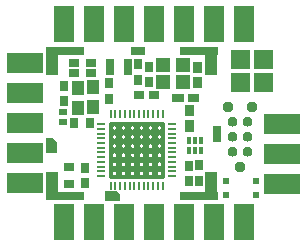
<source format=gts>
G04 DipTrace 2.4.0.2*
%IN3dBBLE.gts*%
%MOMM*%
%ADD10C,0.25*%
%ADD25R,0.9X0.7*%
%ADD51R,0.762X1.397*%
%ADD52R,1.143X0.762*%
%ADD54C,0.95*%
%ADD60R,0.75X1.45*%
%ADD61R,1.25X1.15*%
%ADD65O,0.25X0.7*%
%ADD66O,0.7X0.25*%
%ADD67R,1.05X2.45*%
%ADD68R,3.18X0.8*%
%ADD69R,0.67X0.54*%
%ADD70R,0.8X0.95*%
%ADD71R,2.082X1.75*%
%ADD72R,1.75X2.05*%
%ADD73R,2.05X1.75*%
%ADD74R,1.65X1.75*%
%ADD76R,1.75X2.082*%
%ADD78R,1.75X1.65*%
%ADD79R,0.95X0.8*%
%ADD80R,0.95X0.75*%
%ADD81R,1.05X1.15*%
%ADD82R,0.75X0.95*%
%ADD83R,0.61X0.62*%
%FSLAX53Y53*%
G04*
G71*
G90*
G75*
G01*
%LNTopMask*%
%LPD*%
G36*
X29536Y21541D2*
X27946D1*
Y23131D1*
X29536D1*
Y21541D1*
G37*
G36*
X31476D2*
X29886D1*
Y23131D1*
X31476D1*
Y21541D1*
G37*
G36*
Y23481D2*
X29886D1*
Y25071D1*
X31476D1*
Y23481D1*
G37*
G36*
X29536D2*
X27946D1*
Y25071D1*
X29536D1*
Y23481D1*
G37*
D83*
X27514Y13971D3*
Y12811D3*
X30064D3*
Y13971D3*
G36*
X25536Y17115D2*
X25236D1*
Y17715D1*
X25536D1*
Y17115D1*
G37*
G36*
X25036D2*
X24736D1*
Y17715D1*
X25036D1*
Y17115D1*
G37*
G36*
X24536D2*
X24236D1*
Y17715D1*
X24536D1*
Y17115D1*
G37*
G36*
Y16265D2*
X24236D1*
Y16865D1*
X24536D1*
Y16265D1*
G37*
G36*
X25036D2*
X24736D1*
Y16865D1*
X25036D1*
Y16265D1*
G37*
G36*
X25536D2*
X25236D1*
Y16865D1*
X25536D1*
Y16265D1*
G37*
G36*
X24740Y24104D2*
X25489D1*
Y23154D1*
X24740D1*
Y24104D1*
G37*
G36*
Y22804D2*
X25489D1*
Y21854D1*
X24740D1*
Y22804D1*
G37*
D82*
X20993Y22382D3*
Y23682D3*
X25248Y15312D3*
Y14012D3*
X20064Y23877D3*
Y22577D3*
X17555Y22262D3*
Y20962D3*
D81*
X16265Y20218D3*
Y21918D3*
D80*
X21439Y21305D3*
X20139D3*
G36*
X23907Y21394D2*
Y20644D1*
X22957D1*
Y21394D1*
X23907D1*
G37*
G36*
X25207D2*
Y20644D1*
X24257D1*
Y21394D1*
X25207D1*
G37*
D82*
X24351Y15297D3*
Y13997D3*
X15531Y13778D3*
Y15078D3*
D81*
X14958Y20203D3*
Y21903D3*
D25*
X14591Y23970D3*
Y23120D3*
X16041D3*
Y23970D3*
D79*
X14200Y13759D3*
Y15159D3*
D78*
X29058Y26518D3*
X26518D3*
X23978D3*
X21438D3*
X18898D3*
D76*
X29058Y27788D3*
X26518D3*
X23978D3*
X21438D3*
X18898D3*
D74*
X11278Y16358D3*
D73*
X10008D3*
D78*
X16358Y11278D3*
D72*
Y10008D3*
D78*
Y26518D3*
D72*
Y27788D3*
D78*
X13818Y26518D3*
D72*
Y27788D3*
D74*
X11278Y23978D3*
D73*
X10008D3*
D74*
X11278Y21438D3*
D73*
X10008D3*
D74*
X11278Y18898D3*
D73*
X10008D3*
D74*
X31496Y13720D3*
Y16260D3*
Y18800D3*
D71*
X32766Y13720D3*
Y16260D3*
Y18800D3*
D78*
X18898Y11278D3*
D72*
Y10008D3*
D74*
X11278Y13818D3*
D73*
X10008D3*
D78*
X13818Y11278D3*
D72*
Y10008D3*
D78*
X21438Y11278D3*
D72*
Y10008D3*
D78*
X29058Y11278D3*
D72*
Y10008D3*
D78*
X26518Y11278D3*
D72*
Y10008D3*
D78*
X23978Y11278D3*
D72*
Y10008D3*
D70*
X15996Y18919D3*
X14596D3*
D69*
X13683Y18985D3*
Y19845D3*
G36*
X24749Y19474D2*
X23999D1*
Y20424D1*
X24749D1*
Y19474D1*
G37*
G36*
Y18174D2*
X23999D1*
Y19124D1*
X24749D1*
Y18174D1*
G37*
D82*
X13788Y20751D3*
Y22051D3*
D68*
X25186Y12751D3*
D67*
X26252Y13576D3*
D68*
X13858Y12751D3*
D67*
X12792Y13576D3*
D68*
X13858Y25001D3*
D67*
X12792Y24176D3*
D68*
X25186Y25001D3*
D67*
X26252Y24176D3*
G36*
X28041Y16900D2*
X27968Y16894D1*
X27898Y16875D1*
X27831Y16844D1*
X27772Y16802D1*
X27720Y16751D1*
X27678Y16691D1*
X27647Y16625D1*
X27628Y16554D1*
X27622Y16482D1*
D1*
X27628Y16409D1*
X27647Y16338D1*
X27678Y16272D1*
X27720Y16212D1*
X27772Y16161D1*
X27831Y16119D1*
X27898Y16088D1*
X27968Y16069D1*
X28041Y16063D1*
D1*
X28114Y16069D1*
X28184Y16088D1*
X28250Y16119D1*
X28310Y16161D1*
X28362Y16212D1*
X28404Y16272D1*
X28434Y16338D1*
X28453Y16409D1*
X28460Y16482D1*
D1*
X28453Y16554D1*
X28434Y16625D1*
X28404Y16691D1*
X28362Y16751D1*
X28310Y16802D1*
X28250Y16844D1*
X28184Y16875D1*
X28114Y16894D1*
X28041Y16900D1*
G37*
G36*
Y18170D2*
X27968Y18164D1*
X27898Y18145D1*
X27831Y18114D1*
X27772Y18072D1*
X27720Y18021D1*
X27678Y17961D1*
X27647Y17895D1*
X27628Y17824D1*
X27622Y17752D1*
D1*
X27628Y17679D1*
X27647Y17608D1*
X27678Y17542D1*
X27720Y17482D1*
X27772Y17431D1*
X27831Y17389D1*
X27898Y17358D1*
X27968Y17339D1*
X28041Y17333D1*
D1*
X28114Y17339D1*
X28184Y17358D1*
X28250Y17389D1*
X28310Y17431D1*
X28362Y17482D1*
X28404Y17542D1*
X28434Y17608D1*
X28453Y17679D1*
X28460Y17752D1*
D1*
X28453Y17824D1*
X28434Y17895D1*
X28404Y17961D1*
X28362Y18021D1*
X28310Y18072D1*
X28250Y18114D1*
X28184Y18145D1*
X28114Y18164D1*
X28041Y18170D1*
G37*
G36*
Y19440D2*
X27968Y19434D1*
X27898Y19415D1*
X27831Y19384D1*
X27772Y19342D1*
X27720Y19291D1*
X27678Y19231D1*
X27647Y19165D1*
X27628Y19094D1*
X27622Y19022D1*
D1*
X27628Y18949D1*
X27647Y18878D1*
X27678Y18812D1*
X27720Y18752D1*
X27772Y18701D1*
X27831Y18659D1*
X27898Y18628D1*
X27968Y18609D1*
X28041Y18603D1*
D1*
X28114Y18609D1*
X28184Y18628D1*
X28250Y18659D1*
X28310Y18701D1*
X28362Y18752D1*
X28404Y18812D1*
X28434Y18878D1*
X28453Y18949D1*
X28460Y19022D1*
D1*
X28453Y19094D1*
X28434Y19165D1*
X28404Y19231D1*
X28362Y19291D1*
X28310Y19342D1*
X28250Y19384D1*
X28184Y19415D1*
X28114Y19434D1*
X28041Y19440D1*
G37*
G36*
X29311D2*
X29238Y19434D1*
X29168Y19415D1*
X29101Y19384D1*
X29042Y19342D1*
X28990Y19291D1*
X28948Y19231D1*
X28917Y19165D1*
X28898Y19094D1*
X28892Y19022D1*
D1*
X28898Y18949D1*
X28917Y18878D1*
X28948Y18812D1*
X28990Y18752D1*
X29042Y18701D1*
X29101Y18659D1*
X29168Y18628D1*
X29238Y18609D1*
X29311Y18603D1*
D1*
X29384Y18609D1*
X29454Y18628D1*
X29520Y18659D1*
X29580Y18701D1*
X29632Y18752D1*
X29674Y18812D1*
X29704Y18878D1*
X29723Y18949D1*
X29730Y19022D1*
D1*
X29723Y19094D1*
X29704Y19165D1*
X29674Y19231D1*
X29632Y19291D1*
X29580Y19342D1*
X29520Y19384D1*
X29454Y19415D1*
X29384Y19434D1*
X29311Y19440D1*
G37*
G36*
Y18170D2*
X29238Y18164D1*
X29168Y18145D1*
X29101Y18114D1*
X29042Y18072D1*
X28990Y18021D1*
X28948Y17961D1*
X28917Y17895D1*
X28898Y17824D1*
X28892Y17752D1*
D1*
X28898Y17679D1*
X28917Y17608D1*
X28948Y17542D1*
X28990Y17482D1*
X29042Y17431D1*
X29101Y17389D1*
X29168Y17358D1*
X29238Y17339D1*
X29311Y17333D1*
D1*
X29384Y17339D1*
X29454Y17358D1*
X29520Y17389D1*
X29580Y17431D1*
X29632Y17482D1*
X29674Y17542D1*
X29704Y17608D1*
X29723Y17679D1*
X29730Y17752D1*
D1*
X29723Y17824D1*
X29704Y17895D1*
X29674Y17961D1*
X29632Y18021D1*
X29580Y18072D1*
X29520Y18114D1*
X29454Y18145D1*
X29384Y18164D1*
X29311Y18170D1*
G37*
G36*
Y16900D2*
X29238Y16894D1*
X29168Y16875D1*
X29101Y16844D1*
X29042Y16802D1*
X28990Y16751D1*
X28948Y16691D1*
X28917Y16625D1*
X28898Y16554D1*
X28892Y16482D1*
D1*
X28898Y16409D1*
X28917Y16338D1*
X28948Y16272D1*
X28990Y16212D1*
X29042Y16161D1*
X29101Y16119D1*
X29168Y16088D1*
X29238Y16069D1*
X29311Y16063D1*
D1*
X29384Y16069D1*
X29454Y16088D1*
X29520Y16119D1*
X29580Y16161D1*
X29632Y16212D1*
X29674Y16272D1*
X29704Y16338D1*
X29723Y16409D1*
X29730Y16482D1*
D1*
X29723Y16554D1*
X29704Y16625D1*
X29674Y16691D1*
X29632Y16751D1*
X29580Y16802D1*
X29520Y16844D1*
X29454Y16875D1*
X29384Y16894D1*
X29311Y16900D1*
G37*
D54*
X28676Y15212D3*
X27660Y20292D3*
X29692D3*
X20801Y16983D2*
D10*
Y17002D1*
X20803Y17022D1*
X20807Y17041D1*
X20811Y17060D1*
X20817Y17078D1*
X20824Y17096D1*
X20832Y17114D1*
X20841Y17131D1*
X20852Y17147D1*
X20863Y17162D1*
X20876Y17177D1*
X20889Y17190D1*
X20903Y17203D1*
X20918Y17214D1*
X20934Y17225D1*
X20951Y17234D1*
X20968Y17242D1*
X20985Y17248D1*
X21003Y17254D1*
X21021Y17258D1*
X21040Y17260D1*
X21058Y17262D1*
X21077D1*
X21095Y17260D1*
X21114Y17258D1*
X21132Y17254D1*
X21150Y17248D1*
X21167Y17242D1*
X21184Y17234D1*
X21201Y17225D1*
X21216Y17214D1*
X21232Y17203D1*
X21246Y17190D1*
X21259Y17177D1*
X21272Y17162D1*
X21283Y17147D1*
X21294Y17131D1*
X21303Y17114D1*
X21311Y17096D1*
X21318Y17078D1*
X21324Y17060D1*
X21328Y17041D1*
X21331Y17022D1*
X21333Y17002D1*
X21334Y16983D1*
X21333Y16963D1*
X21331Y16944D1*
X21328Y16925D1*
X21324Y16906D1*
X21318Y16887D1*
X21311Y16869D1*
X21303Y16851D1*
X21294Y16835D1*
X21283Y16818D1*
X21272Y16803D1*
X21259Y16789D1*
X21246Y16775D1*
X21232Y16762D1*
X21216Y16751D1*
X21201Y16741D1*
X21184Y16732D1*
X21167Y16724D1*
X21150Y16717D1*
X21132Y16712D1*
X21114Y16707D1*
X21095Y16705D1*
X21077Y16703D1*
X21058D1*
X21040Y16705D1*
X21021Y16707D1*
X21003Y16712D1*
X20985Y16717D1*
X20968Y16724D1*
X20951Y16732D1*
X20934Y16741D1*
X20918Y16751D1*
X20903Y16762D1*
X20889Y16775D1*
X20876Y16789D1*
X20863Y16803D1*
X20852Y16818D1*
X20841Y16835D1*
X20832Y16851D1*
X20824Y16869D1*
X20817Y16887D1*
X20811Y16906D1*
X20807Y16925D1*
X20803Y16944D1*
X20801Y16963D1*
Y16983D1*
X21561Y16986D2*
X21562Y17005D1*
X21564Y17025D1*
X21567Y17044D1*
X21571Y17063D1*
X21577Y17082D1*
X21584Y17100D1*
X21592Y17117D1*
X21602Y17134D1*
X21612Y17150D1*
X21624Y17166D1*
X21636Y17180D1*
X21649Y17194D1*
X21664Y17206D1*
X21679Y17218D1*
X21694Y17228D1*
X21711Y17237D1*
X21728Y17245D1*
X21745Y17252D1*
X21763Y17257D1*
X21781Y17261D1*
X21800Y17264D1*
X21818Y17265D1*
X21837D1*
X21856Y17264D1*
X21874Y17261D1*
X21892Y17257D1*
X21910Y17252D1*
X21928Y17245D1*
X21945Y17237D1*
X21961Y17228D1*
X21977Y17218D1*
X21992Y17206D1*
X22006Y17194D1*
X22020Y17180D1*
X22032Y17166D1*
X22043Y17150D1*
X22054Y17134D1*
X22063Y17117D1*
X22071Y17100D1*
X22078Y17082D1*
X22084Y17063D1*
X22089Y17044D1*
X22092Y17025D1*
X22094Y17005D1*
Y16986D1*
Y16966D1*
X22092Y16947D1*
X22089Y16928D1*
X22084Y16909D1*
X22078Y16890D1*
X22071Y16872D1*
X22063Y16855D1*
X22054Y16838D1*
X22043Y16822D1*
X22032Y16806D1*
X22020Y16792D1*
X22006Y16778D1*
X21992Y16766D1*
X21977Y16754D1*
X21961Y16744D1*
X21945Y16735D1*
X21928Y16727D1*
X21910Y16720D1*
X21892Y16715D1*
X21874Y16711D1*
X21856Y16708D1*
X21837Y16707D1*
X21818D1*
X21800Y16708D1*
X21781Y16711D1*
X21763Y16715D1*
X21745Y16720D1*
X21728Y16727D1*
X21711Y16735D1*
X21694Y16744D1*
X21679Y16754D1*
X21664Y16766D1*
X21649Y16778D1*
X21636Y16792D1*
X21624Y16806D1*
X21612Y16822D1*
X21602Y16838D1*
X21592Y16855D1*
X21584Y16872D1*
X21577Y16890D1*
X21571Y16909D1*
X21567Y16928D1*
X21564Y16947D1*
X21562Y16966D1*
X21561Y16986D1*
X19278Y16983D2*
X19279Y17002D1*
X19280Y17022D1*
X19284Y17041D1*
X19288Y17060D1*
X19294Y17078D1*
X19301Y17096D1*
X19309Y17114D1*
X19318Y17131D1*
X19329Y17147D1*
X19340Y17162D1*
X19353Y17177D1*
X19366Y17190D1*
X19380Y17203D1*
X19395Y17214D1*
X19411Y17225D1*
X19428Y17234D1*
X19445Y17242D1*
X19462Y17248D1*
X19480Y17254D1*
X19498Y17258D1*
X19517Y17260D1*
X19535Y17262D1*
X19554D1*
X19572Y17260D1*
X19591Y17258D1*
X19609Y17254D1*
X19627Y17248D1*
X19644Y17242D1*
X19661Y17234D1*
X19678Y17225D1*
X19694Y17214D1*
X19709Y17203D1*
X19723Y17190D1*
X19736Y17177D1*
X19749Y17162D1*
X19760Y17147D1*
X19771Y17131D1*
X19780Y17114D1*
X19788Y17096D1*
X19795Y17078D1*
X19801Y17060D1*
X19805Y17041D1*
X19808Y17022D1*
X19810Y17002D1*
X19811Y16983D1*
X19810Y16963D1*
X19808Y16944D1*
X19805Y16925D1*
X19801Y16906D1*
X19795Y16887D1*
X19788Y16869D1*
X19780Y16851D1*
X19771Y16835D1*
X19760Y16818D1*
X19749Y16803D1*
X19736Y16789D1*
X19723Y16775D1*
X19709Y16762D1*
X19694Y16751D1*
X19678Y16741D1*
X19661Y16732D1*
X19644Y16724D1*
X19627Y16717D1*
X19609Y16712D1*
X19591Y16707D1*
X19572Y16705D1*
X19554Y16703D1*
X19535D1*
X19517Y16705D1*
X19498Y16707D1*
X19480Y16712D1*
X19462Y16717D1*
X19445Y16724D1*
X19428Y16732D1*
X19411Y16741D1*
X19395Y16751D1*
X19380Y16762D1*
X19366Y16775D1*
X19353Y16789D1*
X19340Y16803D1*
X19329Y16818D1*
X19318Y16835D1*
X19309Y16851D1*
X19301Y16869D1*
X19294Y16887D1*
X19288Y16906D1*
X19284Y16925D1*
X19280Y16944D1*
X19279Y16963D1*
X19278Y16983D1*
X20037Y16986D2*
X20038Y17005D1*
X20040Y17025D1*
X20043Y17044D1*
X20048Y17063D1*
X20054Y17082D1*
X20061Y17100D1*
X20069Y17117D1*
X20078Y17134D1*
X20088Y17150D1*
X20100Y17166D1*
X20112Y17180D1*
X20126Y17194D1*
X20140Y17206D1*
X20155Y17218D1*
X20171Y17228D1*
X20187Y17237D1*
X20204Y17245D1*
X20222Y17252D1*
X20240Y17257D1*
X20258Y17261D1*
X20276Y17264D1*
X20295Y17265D1*
X20313D1*
X20332Y17264D1*
X20350Y17261D1*
X20369Y17257D1*
X20386Y17252D1*
X20404Y17245D1*
X20421Y17237D1*
X20437Y17228D1*
X20453Y17218D1*
X20468Y17206D1*
X20482Y17194D1*
X20496Y17180D1*
X20508Y17166D1*
X20520Y17150D1*
X20530Y17134D1*
X20539Y17117D1*
X20548Y17100D1*
X20555Y17082D1*
X20560Y17063D1*
X20565Y17044D1*
X20568Y17025D1*
X20570Y17005D1*
X20571Y16986D1*
X20570Y16966D1*
X20568Y16947D1*
X20565Y16928D1*
X20560Y16909D1*
X20555Y16890D1*
X20548Y16872D1*
X20539Y16855D1*
X20530Y16838D1*
X20520Y16822D1*
X20508Y16806D1*
X20496Y16792D1*
X20482Y16778D1*
X20468Y16766D1*
X20453Y16754D1*
X20437Y16744D1*
X20421Y16735D1*
X20404Y16727D1*
X20386Y16720D1*
X20369Y16715D1*
X20350Y16711D1*
X20332Y16708D1*
X20313Y16707D1*
X20295D1*
X20276Y16708D1*
X20258Y16711D1*
X20240Y16715D1*
X20222Y16720D1*
X20204Y16727D1*
X20187Y16735D1*
X20171Y16744D1*
X20155Y16754D1*
X20140Y16766D1*
X20126Y16778D1*
X20112Y16792D1*
X20100Y16806D1*
X20088Y16822D1*
X20078Y16838D1*
X20069Y16855D1*
X20061Y16872D1*
X20054Y16890D1*
X20048Y16909D1*
X20043Y16928D1*
X20040Y16947D1*
X20038Y16966D1*
X20037Y16986D1*
X18515D2*
Y17005D1*
X18517Y17025D1*
X18520Y17044D1*
X18525Y17063D1*
X18531Y17082D1*
X18538Y17100D1*
X18546Y17117D1*
X18555Y17134D1*
X18565Y17150D1*
X18577Y17166D1*
X18589Y17180D1*
X18603Y17194D1*
X18617Y17206D1*
X18632Y17218D1*
X18648Y17228D1*
X18664Y17237D1*
X18681Y17245D1*
X18699Y17252D1*
X18717Y17257D1*
X18735Y17261D1*
X18753Y17264D1*
X18772Y17265D1*
X18790D1*
X18809Y17264D1*
X18827Y17261D1*
X18846Y17257D1*
X18864Y17252D1*
X18881Y17245D1*
X18898Y17237D1*
X18914Y17228D1*
X18930Y17218D1*
X18945Y17206D1*
X18960Y17194D1*
X18973Y17180D1*
X18985Y17166D1*
X18997Y17150D1*
X19007Y17134D1*
X19017Y17117D1*
X19025Y17100D1*
X19032Y17082D1*
X19037Y17063D1*
X19042Y17044D1*
X19045Y17025D1*
X19047Y17005D1*
X19048Y16986D1*
X19047Y16966D1*
X19045Y16947D1*
X19042Y16928D1*
X19037Y16909D1*
X19032Y16890D1*
X19025Y16872D1*
X19017Y16855D1*
X19007Y16838D1*
X18997Y16822D1*
X18985Y16806D1*
X18973Y16792D1*
X18960Y16778D1*
X18945Y16766D1*
X18930Y16754D1*
X18914Y16744D1*
X18898Y16735D1*
X18881Y16727D1*
X18864Y16720D1*
X18846Y16715D1*
X18827Y16711D1*
X18809Y16708D1*
X18790Y16707D1*
X18772D1*
X18753Y16708D1*
X18735Y16711D1*
X18717Y16715D1*
X18699Y16720D1*
X18681Y16727D1*
X18664Y16735D1*
X18648Y16744D1*
X18632Y16754D1*
X18617Y16766D1*
X18603Y16778D1*
X18589Y16792D1*
X18577Y16806D1*
X18565Y16822D1*
X18555Y16838D1*
X18546Y16855D1*
X18538Y16872D1*
X18531Y16890D1*
X18525Y16909D1*
X18520Y16928D1*
X18517Y16947D1*
X18515Y16966D1*
Y16986D1*
X17751D2*
X17752Y17005D1*
X17754Y17025D1*
X17757Y17044D1*
X17762Y17063D1*
X17767Y17082D1*
X17774Y17100D1*
X17782Y17117D1*
X17792Y17134D1*
X17802Y17150D1*
X17814Y17166D1*
X17826Y17180D1*
X17839Y17194D1*
X17854Y17206D1*
X17869Y17218D1*
X17885Y17228D1*
X17901Y17237D1*
X17918Y17245D1*
X17935Y17252D1*
X17953Y17257D1*
X17972Y17261D1*
X17990Y17264D1*
X18009Y17265D1*
X18027D1*
X18046Y17264D1*
X18064Y17261D1*
X18082Y17257D1*
X18100Y17252D1*
X18118Y17245D1*
X18135Y17237D1*
X18151Y17228D1*
X18167Y17218D1*
X18182Y17206D1*
X18196Y17194D1*
X18210Y17180D1*
X18222Y17166D1*
X18234Y17150D1*
X18244Y17134D1*
X18253Y17117D1*
X18261Y17100D1*
X18268Y17082D1*
X18274Y17063D1*
X18279Y17044D1*
X18282Y17025D1*
X18284Y17005D1*
Y16986D1*
Y16966D1*
X18282Y16947D1*
X18279Y16928D1*
X18274Y16909D1*
X18268Y16890D1*
X18261Y16872D1*
X18253Y16855D1*
X18244Y16838D1*
X18234Y16822D1*
X18222Y16806D1*
X18210Y16792D1*
X18196Y16778D1*
X18182Y16766D1*
X18167Y16754D1*
X18151Y16744D1*
X18135Y16735D1*
X18118Y16727D1*
X18100Y16720D1*
X18082Y16715D1*
X18064Y16711D1*
X18046Y16708D1*
X18027Y16707D1*
X18009D1*
X17990Y16708D1*
X17972Y16711D1*
X17953Y16715D1*
X17935Y16720D1*
X17918Y16727D1*
X17901Y16735D1*
X17885Y16744D1*
X17869Y16754D1*
X17854Y16766D1*
X17839Y16778D1*
X17826Y16792D1*
X17814Y16806D1*
X17802Y16822D1*
X17792Y16838D1*
X17782Y16855D1*
X17774Y16872D1*
X17767Y16890D1*
X17762Y16909D1*
X17757Y16928D1*
X17754Y16947D1*
X17752Y16966D1*
X17751Y16986D1*
X20801Y16216D2*
Y16236D1*
X20803Y16255D1*
X20807Y16274D1*
X20811Y16293D1*
X20817Y16312D1*
X20824Y16330D1*
X20832Y16347D1*
X20841Y16364D1*
X20852Y16380D1*
X20863Y16396D1*
X20876Y16410D1*
X20889Y16424D1*
X20903Y16436D1*
X20918Y16448D1*
X20934Y16458D1*
X20951Y16467D1*
X20968Y16475D1*
X20985Y16482D1*
X21003Y16487D1*
X21021Y16491D1*
X21040Y16494D1*
X21058Y16495D1*
X21077D1*
X21095Y16494D1*
X21114Y16491D1*
X21132Y16487D1*
X21150Y16482D1*
X21167Y16475D1*
X21184Y16467D1*
X21201Y16458D1*
X21216Y16448D1*
X21232Y16436D1*
X21246Y16424D1*
X21259Y16410D1*
X21272Y16396D1*
X21283Y16380D1*
X21294Y16364D1*
X21303Y16347D1*
X21311Y16330D1*
X21318Y16312D1*
X21324Y16293D1*
X21328Y16274D1*
X21331Y16255D1*
X21333Y16236D1*
X21334Y16216D1*
X21333Y16197D1*
X21331Y16177D1*
X21328Y16158D1*
X21324Y16139D1*
X21318Y16121D1*
X21311Y16103D1*
X21303Y16085D1*
X21294Y16068D1*
X21283Y16052D1*
X21272Y16037D1*
X21259Y16022D1*
X21246Y16009D1*
X21232Y15996D1*
X21216Y15985D1*
X21201Y15974D1*
X21184Y15965D1*
X21167Y15957D1*
X21150Y15950D1*
X21132Y15945D1*
X21114Y15941D1*
X21095Y15938D1*
X21077Y15937D1*
X21058D1*
X21040Y15938D1*
X21021Y15941D1*
X21003Y15945D1*
X20985Y15950D1*
X20968Y15957D1*
X20951Y15965D1*
X20934Y15974D1*
X20918Y15985D1*
X20903Y15996D1*
X20889Y16009D1*
X20876Y16022D1*
X20863Y16037D1*
X20852Y16052D1*
X20841Y16068D1*
X20832Y16085D1*
X20824Y16103D1*
X20817Y16121D1*
X20811Y16139D1*
X20807Y16158D1*
X20803Y16177D1*
X20801Y16197D1*
Y16216D1*
X21561Y16219D2*
X21562Y16239D1*
X21564Y16258D1*
X21567Y16278D1*
X21571Y16297D1*
X21577Y16315D1*
X21584Y16333D1*
X21592Y16351D1*
X21602Y16368D1*
X21612Y16384D1*
X21624Y16399D1*
X21636Y16414D1*
X21649Y16427D1*
X21664Y16440D1*
X21679Y16451D1*
X21694Y16461D1*
X21711Y16471D1*
X21728Y16479D1*
X21745Y16485D1*
X21763Y16491D1*
X21781Y16495D1*
X21800Y16497D1*
X21818Y16499D1*
X21837D1*
X21856Y16497D1*
X21874Y16495D1*
X21892Y16491D1*
X21910Y16485D1*
X21928Y16479D1*
X21945Y16471D1*
X21961Y16461D1*
X21977Y16451D1*
X21992Y16440D1*
X22006Y16427D1*
X22020Y16414D1*
X22032Y16399D1*
X22043Y16384D1*
X22054Y16368D1*
X22063Y16351D1*
X22071Y16333D1*
X22078Y16315D1*
X22084Y16297D1*
X22089Y16278D1*
X22092Y16258D1*
X22094Y16239D1*
Y16219D1*
Y16200D1*
X22092Y16181D1*
X22089Y16161D1*
X22084Y16142D1*
X22078Y16124D1*
X22071Y16106D1*
X22063Y16088D1*
X22054Y16071D1*
X22043Y16055D1*
X22032Y16040D1*
X22020Y16025D1*
X22006Y16012D1*
X21992Y15999D1*
X21977Y15988D1*
X21961Y15978D1*
X21945Y15968D1*
X21928Y15960D1*
X21910Y15954D1*
X21892Y15948D1*
X21874Y15944D1*
X21856Y15942D1*
X21837Y15940D1*
X21818D1*
X21800Y15942D1*
X21781Y15944D1*
X21763Y15948D1*
X21745Y15954D1*
X21728Y15960D1*
X21711Y15968D1*
X21694Y15978D1*
X21679Y15988D1*
X21664Y15999D1*
X21649Y16012D1*
X21636Y16025D1*
X21624Y16040D1*
X21612Y16055D1*
X21602Y16071D1*
X21592Y16088D1*
X21584Y16106D1*
X21577Y16124D1*
X21571Y16142D1*
X21567Y16161D1*
X21564Y16181D1*
X21562Y16200D1*
X21561Y16219D1*
X19278Y16216D2*
X19279Y16236D1*
X19280Y16255D1*
X19284Y16274D1*
X19288Y16293D1*
X19294Y16312D1*
X19301Y16330D1*
X19309Y16347D1*
X19318Y16364D1*
X19329Y16380D1*
X19340Y16396D1*
X19353Y16410D1*
X19366Y16424D1*
X19380Y16436D1*
X19395Y16448D1*
X19411Y16458D1*
X19428Y16467D1*
X19445Y16475D1*
X19462Y16482D1*
X19480Y16487D1*
X19498Y16491D1*
X19517Y16494D1*
X19535Y16495D1*
X19554D1*
X19572Y16494D1*
X19591Y16491D1*
X19609Y16487D1*
X19627Y16482D1*
X19644Y16475D1*
X19661Y16467D1*
X19678Y16458D1*
X19694Y16448D1*
X19709Y16436D1*
X19723Y16424D1*
X19736Y16410D1*
X19749Y16396D1*
X19760Y16380D1*
X19771Y16364D1*
X19780Y16347D1*
X19788Y16330D1*
X19795Y16312D1*
X19801Y16293D1*
X19805Y16274D1*
X19808Y16255D1*
X19810Y16236D1*
X19811Y16216D1*
X19810Y16197D1*
X19808Y16177D1*
X19805Y16158D1*
X19801Y16139D1*
X19795Y16121D1*
X19788Y16103D1*
X19780Y16085D1*
X19771Y16068D1*
X19760Y16052D1*
X19749Y16037D1*
X19736Y16022D1*
X19723Y16009D1*
X19709Y15996D1*
X19694Y15985D1*
X19678Y15974D1*
X19661Y15965D1*
X19644Y15957D1*
X19627Y15950D1*
X19609Y15945D1*
X19591Y15941D1*
X19572Y15938D1*
X19554Y15937D1*
X19535D1*
X19517Y15938D1*
X19498Y15941D1*
X19480Y15945D1*
X19462Y15950D1*
X19445Y15957D1*
X19428Y15965D1*
X19411Y15974D1*
X19395Y15985D1*
X19380Y15996D1*
X19366Y16009D1*
X19353Y16022D1*
X19340Y16037D1*
X19329Y16052D1*
X19318Y16068D1*
X19309Y16085D1*
X19301Y16103D1*
X19294Y16121D1*
X19288Y16139D1*
X19284Y16158D1*
X19280Y16177D1*
X19279Y16197D1*
X19278Y16216D1*
X20037Y16219D2*
X20038Y16239D1*
X20040Y16258D1*
X20043Y16278D1*
X20048Y16297D1*
X20054Y16315D1*
X20061Y16333D1*
X20069Y16351D1*
X20078Y16368D1*
X20088Y16384D1*
X20100Y16399D1*
X20112Y16414D1*
X20126Y16427D1*
X20140Y16440D1*
X20155Y16451D1*
X20171Y16461D1*
X20187Y16471D1*
X20204Y16479D1*
X20222Y16485D1*
X20240Y16491D1*
X20258Y16495D1*
X20276Y16497D1*
X20295Y16499D1*
X20313D1*
X20332Y16497D1*
X20350Y16495D1*
X20369Y16491D1*
X20386Y16485D1*
X20404Y16479D1*
X20421Y16471D1*
X20437Y16461D1*
X20453Y16451D1*
X20468Y16440D1*
X20482Y16427D1*
X20496Y16414D1*
X20508Y16399D1*
X20520Y16384D1*
X20530Y16368D1*
X20539Y16351D1*
X20548Y16333D1*
X20555Y16315D1*
X20560Y16297D1*
X20565Y16278D1*
X20568Y16258D1*
X20570Y16239D1*
X20571Y16219D1*
X20570Y16200D1*
X20568Y16181D1*
X20565Y16161D1*
X20560Y16142D1*
X20555Y16124D1*
X20548Y16106D1*
X20539Y16088D1*
X20530Y16071D1*
X20520Y16055D1*
X20508Y16040D1*
X20496Y16025D1*
X20482Y16012D1*
X20468Y15999D1*
X20453Y15988D1*
X20437Y15978D1*
X20421Y15968D1*
X20404Y15960D1*
X20386Y15954D1*
X20369Y15948D1*
X20350Y15944D1*
X20332Y15942D1*
X20313Y15940D1*
X20295D1*
X20276Y15942D1*
X20258Y15944D1*
X20240Y15948D1*
X20222Y15954D1*
X20204Y15960D1*
X20187Y15968D1*
X20171Y15978D1*
X20155Y15988D1*
X20140Y15999D1*
X20126Y16012D1*
X20112Y16025D1*
X20100Y16040D1*
X20088Y16055D1*
X20078Y16071D1*
X20069Y16088D1*
X20061Y16106D1*
X20054Y16124D1*
X20048Y16142D1*
X20043Y16161D1*
X20040Y16181D1*
X20038Y16200D1*
X20037Y16219D1*
X18515D2*
Y16239D1*
X18517Y16258D1*
X18520Y16278D1*
X18525Y16297D1*
X18531Y16315D1*
X18538Y16333D1*
X18546Y16351D1*
X18555Y16368D1*
X18565Y16384D1*
X18577Y16399D1*
X18589Y16414D1*
X18603Y16427D1*
X18617Y16440D1*
X18632Y16451D1*
X18648Y16461D1*
X18664Y16471D1*
X18681Y16479D1*
X18699Y16485D1*
X18717Y16491D1*
X18735Y16495D1*
X18753Y16497D1*
X18772Y16499D1*
X18790D1*
X18809Y16497D1*
X18827Y16495D1*
X18846Y16491D1*
X18864Y16485D1*
X18881Y16479D1*
X18898Y16471D1*
X18914Y16461D1*
X18930Y16451D1*
X18945Y16440D1*
X18960Y16427D1*
X18973Y16414D1*
X18985Y16399D1*
X18997Y16384D1*
X19007Y16368D1*
X19017Y16351D1*
X19025Y16333D1*
X19032Y16315D1*
X19037Y16297D1*
X19042Y16278D1*
X19045Y16258D1*
X19047Y16239D1*
X19048Y16219D1*
X19047Y16200D1*
X19045Y16181D1*
X19042Y16161D1*
X19037Y16142D1*
X19032Y16124D1*
X19025Y16106D1*
X19017Y16088D1*
X19007Y16071D1*
X18997Y16055D1*
X18985Y16040D1*
X18973Y16025D1*
X18960Y16012D1*
X18945Y15999D1*
X18930Y15988D1*
X18914Y15978D1*
X18898Y15968D1*
X18881Y15960D1*
X18864Y15954D1*
X18846Y15948D1*
X18827Y15944D1*
X18809Y15942D1*
X18790Y15940D1*
X18772D1*
X18753Y15942D1*
X18735Y15944D1*
X18717Y15948D1*
X18699Y15954D1*
X18681Y15960D1*
X18664Y15968D1*
X18648Y15978D1*
X18632Y15988D1*
X18617Y15999D1*
X18603Y16012D1*
X18589Y16025D1*
X18577Y16040D1*
X18565Y16055D1*
X18555Y16071D1*
X18546Y16088D1*
X18538Y16106D1*
X18531Y16124D1*
X18525Y16142D1*
X18520Y16161D1*
X18517Y16181D1*
X18515Y16200D1*
Y16219D1*
X17751D2*
X17752Y16239D1*
X17754Y16258D1*
X17757Y16278D1*
X17762Y16297D1*
X17767Y16315D1*
X17774Y16333D1*
X17782Y16351D1*
X17792Y16368D1*
X17802Y16384D1*
X17814Y16399D1*
X17826Y16414D1*
X17839Y16427D1*
X17854Y16440D1*
X17869Y16451D1*
X17885Y16461D1*
X17901Y16471D1*
X17918Y16479D1*
X17935Y16485D1*
X17953Y16491D1*
X17972Y16495D1*
X17990Y16497D1*
X18009Y16499D1*
X18027D1*
X18046Y16497D1*
X18064Y16495D1*
X18082Y16491D1*
X18100Y16485D1*
X18118Y16479D1*
X18135Y16471D1*
X18151Y16461D1*
X18167Y16451D1*
X18182Y16440D1*
X18196Y16427D1*
X18210Y16414D1*
X18222Y16399D1*
X18234Y16384D1*
X18244Y16368D1*
X18253Y16351D1*
X18261Y16333D1*
X18268Y16315D1*
X18274Y16297D1*
X18279Y16278D1*
X18282Y16258D1*
X18284Y16239D1*
Y16219D1*
Y16200D1*
X18282Y16181D1*
X18279Y16161D1*
X18274Y16142D1*
X18268Y16124D1*
X18261Y16106D1*
X18253Y16088D1*
X18244Y16071D1*
X18234Y16055D1*
X18222Y16040D1*
X18210Y16025D1*
X18196Y16012D1*
X18182Y15999D1*
X18167Y15988D1*
X18151Y15978D1*
X18135Y15968D1*
X18118Y15960D1*
X18100Y15954D1*
X18082Y15948D1*
X18064Y15944D1*
X18046Y15942D1*
X18027Y15940D1*
X18009D1*
X17990Y15942D1*
X17972Y15944D1*
X17953Y15948D1*
X17935Y15954D1*
X17918Y15960D1*
X17901Y15968D1*
X17885Y15978D1*
X17869Y15988D1*
X17854Y15999D1*
X17839Y16012D1*
X17826Y16025D1*
X17814Y16040D1*
X17802Y16055D1*
X17792Y16071D1*
X17782Y16088D1*
X17774Y16106D1*
X17767Y16124D1*
X17762Y16142D1*
X17757Y16161D1*
X17754Y16181D1*
X17752Y16200D1*
X17751Y16219D1*
X20804Y17746D2*
X20805Y17765D1*
X20807Y17785D1*
X20810Y17804D1*
X20815Y17823D1*
X20821Y17841D1*
X20828Y17859D1*
X20836Y17877D1*
X20845Y17894D1*
X20855Y17910D1*
X20867Y17925D1*
X20879Y17940D1*
X20893Y17953D1*
X20907Y17966D1*
X20922Y17977D1*
X20938Y17988D1*
X20954Y17997D1*
X20971Y18005D1*
X20989Y18011D1*
X21007Y18017D1*
X21025Y18021D1*
X21043Y18024D1*
X21062Y18025D1*
X21080D1*
X21099Y18024D1*
X21117Y18021D1*
X21136Y18017D1*
X21153Y18011D1*
X21171Y18005D1*
X21188Y17997D1*
X21204Y17988D1*
X21220Y17977D1*
X21235Y17966D1*
X21249Y17953D1*
X21263Y17940D1*
X21275Y17925D1*
X21287Y17910D1*
X21297Y17894D1*
X21306Y17877D1*
X21315Y17859D1*
X21322Y17841D1*
X21327Y17823D1*
X21332Y17804D1*
X21335Y17785D1*
X21337Y17765D1*
X21338Y17746D1*
X21337Y17726D1*
X21335Y17707D1*
X21332Y17688D1*
X21327Y17669D1*
X21322Y17650D1*
X21315Y17632D1*
X21306Y17615D1*
X21297Y17598D1*
X21287Y17582D1*
X21275Y17566D1*
X21263Y17552D1*
X21249Y17538D1*
X21235Y17526D1*
X21220Y17514D1*
X21204Y17504D1*
X21188Y17495D1*
X21171Y17487D1*
X21153Y17480D1*
X21136Y17475D1*
X21117Y17471D1*
X21099Y17468D1*
X21080Y17467D1*
X21062D1*
X21043Y17468D1*
X21025Y17471D1*
X21007Y17475D1*
X20989Y17480D1*
X20971Y17487D1*
X20954Y17495D1*
X20938Y17504D1*
X20922Y17514D1*
X20907Y17526D1*
X20893Y17538D1*
X20879Y17552D1*
X20867Y17566D1*
X20855Y17582D1*
X20845Y17598D1*
X20836Y17615D1*
X20828Y17632D1*
X20821Y17650D1*
X20815Y17669D1*
X20810Y17688D1*
X20807Y17707D1*
X20805Y17726D1*
X20804Y17746D1*
X21564Y17749D2*
X21565Y17769D1*
X21567Y17788D1*
X21570Y17807D1*
X21574Y17826D1*
X21580Y17845D1*
X21587Y17863D1*
X21595Y17880D1*
X21605Y17897D1*
X21615Y17913D1*
X21626Y17929D1*
X21639Y17943D1*
X21652Y17957D1*
X21667Y17969D1*
X21682Y17981D1*
X21697Y17991D1*
X21714Y18000D1*
X21731Y18008D1*
X21748Y18015D1*
X21766Y18020D1*
X21784Y18024D1*
X21803Y18027D1*
X21821Y18028D1*
X21840D1*
X21859Y18027D1*
X21877Y18024D1*
X21895Y18020D1*
X21913Y18015D1*
X21931Y18008D1*
X21948Y18000D1*
X21964Y17991D1*
X21980Y17981D1*
X21995Y17969D1*
X22009Y17957D1*
X22022Y17943D1*
X22035Y17929D1*
X22046Y17913D1*
X22057Y17897D1*
X22066Y17880D1*
X22074Y17863D1*
X22081Y17845D1*
X22087Y17826D1*
X22091Y17807D1*
X22095Y17788D1*
X22097Y17769D1*
Y17749D1*
Y17730D1*
X22095Y17710D1*
X22091Y17691D1*
X22087Y17672D1*
X22081Y17654D1*
X22074Y17635D1*
X22066Y17618D1*
X22057Y17601D1*
X22046Y17585D1*
X22035Y17570D1*
X22022Y17555D1*
X22009Y17541D1*
X21995Y17529D1*
X21980Y17517D1*
X21964Y17507D1*
X21948Y17498D1*
X21931Y17490D1*
X21913Y17483D1*
X21895Y17478D1*
X21877Y17474D1*
X21859Y17471D1*
X21840Y17470D1*
X21821D1*
X21803Y17471D1*
X21784Y17474D1*
X21766Y17478D1*
X21748Y17483D1*
X21731Y17490D1*
X21714Y17498D1*
X21697Y17507D1*
X21682Y17517D1*
X21667Y17529D1*
X21652Y17541D1*
X21639Y17555D1*
X21626Y17570D1*
X21615Y17585D1*
X21605Y17601D1*
X21595Y17618D1*
X21587Y17635D1*
X21580Y17654D1*
X21574Y17672D1*
X21570Y17691D1*
X21567Y17710D1*
X21565Y17730D1*
X21564Y17749D1*
X19281Y17746D2*
Y17765D1*
X19283Y17785D1*
X19287Y17804D1*
X19291Y17823D1*
X19297Y17841D1*
X19304Y17859D1*
X19312Y17877D1*
X19321Y17894D1*
X19332Y17910D1*
X19343Y17925D1*
X19356Y17940D1*
X19369Y17953D1*
X19383Y17966D1*
X19398Y17977D1*
X19414Y17988D1*
X19431Y17997D1*
X19448Y18005D1*
X19465Y18011D1*
X19483Y18017D1*
X19501Y18021D1*
X19520Y18024D1*
X19538Y18025D1*
X19557D1*
X19575Y18024D1*
X19594Y18021D1*
X19612Y18017D1*
X19630Y18011D1*
X19647Y18005D1*
X19664Y17997D1*
X19681Y17988D1*
X19697Y17977D1*
X19712Y17966D1*
X19726Y17953D1*
X19739Y17940D1*
X19752Y17925D1*
X19763Y17910D1*
X19774Y17894D1*
X19783Y17877D1*
X19791Y17859D1*
X19798Y17841D1*
X19804Y17823D1*
X19808Y17804D1*
X19811Y17785D1*
X19813Y17765D1*
X19814Y17746D1*
X19813Y17726D1*
X19811Y17707D1*
X19808Y17688D1*
X19804Y17669D1*
X19798Y17650D1*
X19791Y17632D1*
X19783Y17615D1*
X19774Y17598D1*
X19763Y17582D1*
X19752Y17566D1*
X19739Y17552D1*
X19726Y17538D1*
X19712Y17526D1*
X19697Y17514D1*
X19681Y17504D1*
X19664Y17495D1*
X19647Y17487D1*
X19630Y17480D1*
X19612Y17475D1*
X19594Y17471D1*
X19575Y17468D1*
X19557Y17467D1*
X19538D1*
X19520Y17468D1*
X19501Y17471D1*
X19483Y17475D1*
X19465Y17480D1*
X19448Y17487D1*
X19431Y17495D1*
X19414Y17504D1*
X19398Y17514D1*
X19383Y17526D1*
X19369Y17538D1*
X19356Y17552D1*
X19343Y17566D1*
X19332Y17582D1*
X19321Y17598D1*
X19312Y17615D1*
X19304Y17632D1*
X19297Y17650D1*
X19291Y17669D1*
X19287Y17688D1*
X19283Y17707D1*
X19281Y17726D1*
Y17746D1*
X20041Y17749D2*
X20042Y17769D1*
X20044Y17788D1*
X20047Y17807D1*
X20052Y17826D1*
X20057Y17845D1*
X20064Y17863D1*
X20072Y17880D1*
X20082Y17897D1*
X20092Y17913D1*
X20104Y17929D1*
X20116Y17943D1*
X20129Y17957D1*
X20144Y17969D1*
X20159Y17981D1*
X20174Y17991D1*
X20191Y18000D1*
X20208Y18008D1*
X20225Y18015D1*
X20243Y18020D1*
X20261Y18024D1*
X20280Y18027D1*
X20298Y18028D1*
X20317D1*
X20336Y18027D1*
X20354Y18024D1*
X20372Y18020D1*
X20390Y18015D1*
X20408Y18008D1*
X20425Y18000D1*
X20441Y17991D1*
X20457Y17981D1*
X20472Y17969D1*
X20486Y17957D1*
X20500Y17943D1*
X20512Y17929D1*
X20523Y17913D1*
X20534Y17897D1*
X20543Y17880D1*
X20551Y17863D1*
X20558Y17845D1*
X20564Y17826D1*
X20569Y17807D1*
X20572Y17788D1*
X20574Y17769D1*
Y17749D1*
Y17730D1*
X20572Y17710D1*
X20569Y17691D1*
X20564Y17672D1*
X20558Y17654D1*
X20551Y17635D1*
X20543Y17618D1*
X20534Y17601D1*
X20523Y17585D1*
X20512Y17570D1*
X20500Y17555D1*
X20486Y17541D1*
X20472Y17529D1*
X20457Y17517D1*
X20441Y17507D1*
X20425Y17498D1*
X20408Y17490D1*
X20390Y17483D1*
X20372Y17478D1*
X20354Y17474D1*
X20336Y17471D1*
X20317Y17470D1*
X20298D1*
X20280Y17471D1*
X20261Y17474D1*
X20243Y17478D1*
X20225Y17483D1*
X20208Y17490D1*
X20191Y17498D1*
X20174Y17507D1*
X20159Y17517D1*
X20144Y17529D1*
X20129Y17541D1*
X20116Y17555D1*
X20104Y17570D1*
X20092Y17585D1*
X20082Y17601D1*
X20072Y17618D1*
X20064Y17635D1*
X20057Y17654D1*
X20052Y17672D1*
X20047Y17691D1*
X20044Y17710D1*
X20042Y17730D1*
X20041Y17749D1*
X18518D2*
Y17769D1*
X18520Y17788D1*
X18523Y17807D1*
X18528Y17826D1*
X18534Y17845D1*
X18541Y17863D1*
X18549Y17880D1*
X18558Y17897D1*
X18568Y17913D1*
X18580Y17929D1*
X18592Y17943D1*
X18606Y17957D1*
X18620Y17969D1*
X18635Y17981D1*
X18651Y17991D1*
X18667Y18000D1*
X18684Y18008D1*
X18702Y18015D1*
X18720Y18020D1*
X18738Y18024D1*
X18756Y18027D1*
X18775Y18028D1*
X18793D1*
X18812Y18027D1*
X18830Y18024D1*
X18849Y18020D1*
X18867Y18015D1*
X18884Y18008D1*
X18901Y18000D1*
X18917Y17991D1*
X18933Y17981D1*
X18948Y17969D1*
X18963Y17957D1*
X18976Y17943D1*
X18988Y17929D1*
X19000Y17913D1*
X19010Y17897D1*
X19020Y17880D1*
X19028Y17863D1*
X19035Y17845D1*
X19040Y17826D1*
X19045Y17807D1*
X19048Y17788D1*
X19050Y17769D1*
X19051Y17749D1*
X19050Y17730D1*
X19048Y17710D1*
X19045Y17691D1*
X19040Y17672D1*
X19035Y17654D1*
X19028Y17635D1*
X19020Y17618D1*
X19010Y17601D1*
X19000Y17585D1*
X18988Y17570D1*
X18976Y17555D1*
X18963Y17541D1*
X18948Y17529D1*
X18933Y17517D1*
X18917Y17507D1*
X18901Y17498D1*
X18884Y17490D1*
X18867Y17483D1*
X18849Y17478D1*
X18830Y17474D1*
X18812Y17471D1*
X18793Y17470D1*
X18775D1*
X18756Y17471D1*
X18738Y17474D1*
X18720Y17478D1*
X18702Y17483D1*
X18684Y17490D1*
X18667Y17498D1*
X18651Y17507D1*
X18635Y17517D1*
X18620Y17529D1*
X18606Y17541D1*
X18592Y17555D1*
X18580Y17570D1*
X18568Y17585D1*
X18558Y17601D1*
X18549Y17618D1*
X18541Y17635D1*
X18534Y17654D1*
X18528Y17672D1*
X18523Y17691D1*
X18520Y17710D1*
X18518Y17730D1*
Y17749D1*
X17754D2*
X17755Y17769D1*
X17757Y17788D1*
X17760Y17807D1*
X17765Y17826D1*
X17770Y17845D1*
X17777Y17863D1*
X17785Y17880D1*
X17795Y17897D1*
X17805Y17913D1*
X17817Y17929D1*
X17829Y17943D1*
X17842Y17957D1*
X17857Y17969D1*
X17872Y17981D1*
X17888Y17991D1*
X17904Y18000D1*
X17921Y18008D1*
X17938Y18015D1*
X17956Y18020D1*
X17975Y18024D1*
X17993Y18027D1*
X18012Y18028D1*
X18030D1*
X18049Y18027D1*
X18067Y18024D1*
X18085Y18020D1*
X18103Y18015D1*
X18121Y18008D1*
X18138Y18000D1*
X18154Y17991D1*
X18170Y17981D1*
X18185Y17969D1*
X18199Y17957D1*
X18213Y17943D1*
X18225Y17929D1*
X18236Y17913D1*
X18247Y17897D1*
X18256Y17880D1*
X18264Y17863D1*
X18271Y17845D1*
X18277Y17826D1*
X18282Y17807D1*
X18285Y17788D1*
X18287Y17769D1*
Y17749D1*
Y17730D1*
X18285Y17710D1*
X18282Y17691D1*
X18277Y17672D1*
X18271Y17654D1*
X18264Y17635D1*
X18256Y17618D1*
X18247Y17601D1*
X18236Y17585D1*
X18225Y17570D1*
X18213Y17555D1*
X18199Y17541D1*
X18185Y17529D1*
X18170Y17517D1*
X18154Y17507D1*
X18138Y17498D1*
X18121Y17490D1*
X18103Y17483D1*
X18085Y17478D1*
X18067Y17474D1*
X18049Y17471D1*
X18030Y17470D1*
X18012D1*
X17993Y17471D1*
X17975Y17474D1*
X17956Y17478D1*
X17938Y17483D1*
X17921Y17490D1*
X17904Y17498D1*
X17888Y17507D1*
X17872Y17517D1*
X17857Y17529D1*
X17842Y17541D1*
X17829Y17555D1*
X17817Y17570D1*
X17805Y17585D1*
X17795Y17601D1*
X17785Y17618D1*
X17777Y17635D1*
X17770Y17654D1*
X17765Y17672D1*
X17760Y17691D1*
X17757Y17710D1*
X17755Y17730D1*
X17754Y17749D1*
X20801Y15449D2*
Y15468D1*
X20803Y15488D1*
X20807Y15507D1*
X20811Y15526D1*
X20817Y15545D1*
X20824Y15563D1*
X20832Y15580D1*
X20841Y15597D1*
X20852Y15613D1*
X20863Y15629D1*
X20876Y15643D1*
X20889Y15657D1*
X20903Y15669D1*
X20918Y15681D1*
X20934Y15691D1*
X20951Y15700D1*
X20968Y15708D1*
X20985Y15715D1*
X21003Y15720D1*
X21021Y15724D1*
X21040Y15727D1*
X21058Y15728D1*
X21077D1*
X21095Y15727D1*
X21114Y15724D1*
X21132Y15720D1*
X21150Y15715D1*
X21167Y15708D1*
X21184Y15700D1*
X21201Y15691D1*
X21216Y15681D1*
X21232Y15669D1*
X21246Y15657D1*
X21259Y15643D1*
X21272Y15629D1*
X21283Y15613D1*
X21294Y15597D1*
X21303Y15580D1*
X21311Y15563D1*
X21318Y15545D1*
X21324Y15526D1*
X21328Y15507D1*
X21331Y15488D1*
X21333Y15468D1*
X21334Y15449D1*
X21333Y15430D1*
X21331Y15410D1*
X21328Y15391D1*
X21324Y15372D1*
X21318Y15353D1*
X21311Y15335D1*
X21303Y15318D1*
X21294Y15301D1*
X21283Y15285D1*
X21272Y15269D1*
X21259Y15255D1*
X21246Y15241D1*
X21232Y15229D1*
X21216Y15217D1*
X21201Y15207D1*
X21184Y15198D1*
X21167Y15190D1*
X21150Y15183D1*
X21132Y15178D1*
X21114Y15174D1*
X21095Y15171D1*
X21077Y15170D1*
X21058D1*
X21040Y15171D1*
X21021Y15174D1*
X21003Y15178D1*
X20985Y15183D1*
X20968Y15190D1*
X20951Y15198D1*
X20934Y15207D1*
X20918Y15217D1*
X20903Y15229D1*
X20889Y15241D1*
X20876Y15255D1*
X20863Y15269D1*
X20852Y15285D1*
X20841Y15301D1*
X20832Y15318D1*
X20824Y15335D1*
X20817Y15353D1*
X20811Y15372D1*
X20807Y15391D1*
X20803Y15410D1*
X20801Y15430D1*
Y15449D1*
X21561Y15452D2*
X21562Y15472D1*
X21564Y15491D1*
X21567Y15510D1*
X21571Y15529D1*
X21577Y15548D1*
X21584Y15566D1*
X21592Y15584D1*
X21602Y15600D1*
X21612Y15617D1*
X21624Y15632D1*
X21636Y15646D1*
X21649Y15660D1*
X21664Y15673D1*
X21679Y15684D1*
X21694Y15694D1*
X21711Y15703D1*
X21728Y15711D1*
X21745Y15718D1*
X21763Y15723D1*
X21781Y15727D1*
X21800Y15730D1*
X21818Y15732D1*
X21837D1*
X21856Y15730D1*
X21874Y15727D1*
X21892Y15723D1*
X21910Y15718D1*
X21928Y15711D1*
X21945Y15703D1*
X21961Y15694D1*
X21977Y15684D1*
X21992Y15673D1*
X22006Y15660D1*
X22020Y15646D1*
X22032Y15632D1*
X22043Y15617D1*
X22054Y15600D1*
X22063Y15584D1*
X22071Y15566D1*
X22078Y15548D1*
X22084Y15529D1*
X22089Y15510D1*
X22092Y15491D1*
X22094Y15472D1*
Y15452D1*
Y15433D1*
X22092Y15413D1*
X22089Y15394D1*
X22084Y15375D1*
X22078Y15357D1*
X22071Y15339D1*
X22063Y15321D1*
X22054Y15304D1*
X22043Y15288D1*
X22032Y15273D1*
X22020Y15258D1*
X22006Y15245D1*
X21992Y15232D1*
X21977Y15221D1*
X21961Y15210D1*
X21945Y15201D1*
X21928Y15193D1*
X21910Y15187D1*
X21892Y15181D1*
X21874Y15177D1*
X21856Y15174D1*
X21837Y15173D1*
X21818D1*
X21800Y15174D1*
X21781Y15177D1*
X21763Y15181D1*
X21745Y15187D1*
X21728Y15193D1*
X21711Y15201D1*
X21694Y15210D1*
X21679Y15221D1*
X21664Y15232D1*
X21649Y15245D1*
X21636Y15258D1*
X21624Y15273D1*
X21612Y15288D1*
X21602Y15304D1*
X21592Y15321D1*
X21584Y15339D1*
X21577Y15357D1*
X21571Y15375D1*
X21567Y15394D1*
X21564Y15413D1*
X21562Y15433D1*
X21561Y15452D1*
X19278Y15449D2*
X19279Y15468D1*
X19280Y15488D1*
X19284Y15507D1*
X19288Y15526D1*
X19294Y15545D1*
X19301Y15563D1*
X19309Y15580D1*
X19318Y15597D1*
X19329Y15613D1*
X19340Y15629D1*
X19353Y15643D1*
X19366Y15657D1*
X19380Y15669D1*
X19395Y15681D1*
X19411Y15691D1*
X19428Y15700D1*
X19445Y15708D1*
X19462Y15715D1*
X19480Y15720D1*
X19498Y15724D1*
X19517Y15727D1*
X19535Y15728D1*
X19554D1*
X19572Y15727D1*
X19591Y15724D1*
X19609Y15720D1*
X19627Y15715D1*
X19644Y15708D1*
X19661Y15700D1*
X19678Y15691D1*
X19694Y15681D1*
X19709Y15669D1*
X19723Y15657D1*
X19736Y15643D1*
X19749Y15629D1*
X19760Y15613D1*
X19771Y15597D1*
X19780Y15580D1*
X19788Y15563D1*
X19795Y15545D1*
X19801Y15526D1*
X19805Y15507D1*
X19808Y15488D1*
X19810Y15468D1*
X19811Y15449D1*
X19810Y15430D1*
X19808Y15410D1*
X19805Y15391D1*
X19801Y15372D1*
X19795Y15353D1*
X19788Y15335D1*
X19780Y15318D1*
X19771Y15301D1*
X19760Y15285D1*
X19749Y15269D1*
X19736Y15255D1*
X19723Y15241D1*
X19709Y15229D1*
X19694Y15217D1*
X19678Y15207D1*
X19661Y15198D1*
X19644Y15190D1*
X19627Y15183D1*
X19609Y15178D1*
X19591Y15174D1*
X19572Y15171D1*
X19554Y15170D1*
X19535D1*
X19517Y15171D1*
X19498Y15174D1*
X19480Y15178D1*
X19462Y15183D1*
X19445Y15190D1*
X19428Y15198D1*
X19411Y15207D1*
X19395Y15217D1*
X19380Y15229D1*
X19366Y15241D1*
X19353Y15255D1*
X19340Y15269D1*
X19329Y15285D1*
X19318Y15301D1*
X19309Y15318D1*
X19301Y15335D1*
X19294Y15353D1*
X19288Y15372D1*
X19284Y15391D1*
X19280Y15410D1*
X19279Y15430D1*
X19278Y15449D1*
X20037Y15452D2*
X20038Y15472D1*
X20040Y15491D1*
X20043Y15510D1*
X20048Y15529D1*
X20054Y15548D1*
X20061Y15566D1*
X20069Y15584D1*
X20078Y15600D1*
X20088Y15617D1*
X20100Y15632D1*
X20112Y15646D1*
X20126Y15660D1*
X20140Y15673D1*
X20155Y15684D1*
X20171Y15694D1*
X20187Y15703D1*
X20204Y15711D1*
X20222Y15718D1*
X20240Y15723D1*
X20258Y15727D1*
X20276Y15730D1*
X20295Y15732D1*
X20313D1*
X20332Y15730D1*
X20350Y15727D1*
X20369Y15723D1*
X20386Y15718D1*
X20404Y15711D1*
X20421Y15703D1*
X20437Y15694D1*
X20453Y15684D1*
X20468Y15673D1*
X20482Y15660D1*
X20496Y15646D1*
X20508Y15632D1*
X20520Y15617D1*
X20530Y15600D1*
X20539Y15584D1*
X20548Y15566D1*
X20555Y15548D1*
X20560Y15529D1*
X20565Y15510D1*
X20568Y15491D1*
X20570Y15472D1*
X20571Y15452D1*
X20570Y15433D1*
X20568Y15413D1*
X20565Y15394D1*
X20560Y15375D1*
X20555Y15357D1*
X20548Y15339D1*
X20539Y15321D1*
X20530Y15304D1*
X20520Y15288D1*
X20508Y15273D1*
X20496Y15258D1*
X20482Y15245D1*
X20468Y15232D1*
X20453Y15221D1*
X20437Y15210D1*
X20421Y15201D1*
X20404Y15193D1*
X20386Y15187D1*
X20369Y15181D1*
X20350Y15177D1*
X20332Y15174D1*
X20313Y15173D1*
X20295D1*
X20276Y15174D1*
X20258Y15177D1*
X20240Y15181D1*
X20222Y15187D1*
X20204Y15193D1*
X20187Y15201D1*
X20171Y15210D1*
X20155Y15221D1*
X20140Y15232D1*
X20126Y15245D1*
X20112Y15258D1*
X20100Y15273D1*
X20088Y15288D1*
X20078Y15304D1*
X20069Y15321D1*
X20061Y15339D1*
X20054Y15357D1*
X20048Y15375D1*
X20043Y15394D1*
X20040Y15413D1*
X20038Y15433D1*
X20037Y15452D1*
X18515D2*
Y15472D1*
X18517Y15491D1*
X18520Y15510D1*
X18525Y15529D1*
X18531Y15548D1*
X18538Y15566D1*
X18546Y15584D1*
X18555Y15600D1*
X18565Y15617D1*
X18577Y15632D1*
X18589Y15646D1*
X18603Y15660D1*
X18617Y15673D1*
X18632Y15684D1*
X18648Y15694D1*
X18664Y15703D1*
X18681Y15711D1*
X18699Y15718D1*
X18717Y15723D1*
X18735Y15727D1*
X18753Y15730D1*
X18772Y15732D1*
X18790D1*
X18809Y15730D1*
X18827Y15727D1*
X18846Y15723D1*
X18864Y15718D1*
X18881Y15711D1*
X18898Y15703D1*
X18914Y15694D1*
X18930Y15684D1*
X18945Y15673D1*
X18960Y15660D1*
X18973Y15646D1*
X18985Y15632D1*
X18997Y15617D1*
X19007Y15600D1*
X19017Y15584D1*
X19025Y15566D1*
X19032Y15548D1*
X19037Y15529D1*
X19042Y15510D1*
X19045Y15491D1*
X19047Y15472D1*
X19048Y15452D1*
X19047Y15433D1*
X19045Y15413D1*
X19042Y15394D1*
X19037Y15375D1*
X19032Y15357D1*
X19025Y15339D1*
X19017Y15321D1*
X19007Y15304D1*
X18997Y15288D1*
X18985Y15273D1*
X18973Y15258D1*
X18960Y15245D1*
X18945Y15232D1*
X18930Y15221D1*
X18914Y15210D1*
X18898Y15201D1*
X18881Y15193D1*
X18864Y15187D1*
X18846Y15181D1*
X18827Y15177D1*
X18809Y15174D1*
X18790Y15173D1*
X18772D1*
X18753Y15174D1*
X18735Y15177D1*
X18717Y15181D1*
X18699Y15187D1*
X18681Y15193D1*
X18664Y15201D1*
X18648Y15210D1*
X18632Y15221D1*
X18617Y15232D1*
X18603Y15245D1*
X18589Y15258D1*
X18577Y15273D1*
X18565Y15288D1*
X18555Y15304D1*
X18546Y15321D1*
X18538Y15339D1*
X18531Y15357D1*
X18525Y15375D1*
X18520Y15394D1*
X18517Y15413D1*
X18515Y15433D1*
Y15452D1*
X17751D2*
X17752Y15472D1*
X17754Y15491D1*
X17757Y15510D1*
X17762Y15529D1*
X17767Y15548D1*
X17774Y15566D1*
X17782Y15584D1*
X17792Y15600D1*
X17802Y15617D1*
X17814Y15632D1*
X17826Y15646D1*
X17839Y15660D1*
X17854Y15673D1*
X17869Y15684D1*
X17885Y15694D1*
X17901Y15703D1*
X17918Y15711D1*
X17935Y15718D1*
X17953Y15723D1*
X17972Y15727D1*
X17990Y15730D1*
X18009Y15732D1*
X18027D1*
X18046Y15730D1*
X18064Y15727D1*
X18082Y15723D1*
X18100Y15718D1*
X18118Y15711D1*
X18135Y15703D1*
X18151Y15694D1*
X18167Y15684D1*
X18182Y15673D1*
X18196Y15660D1*
X18210Y15646D1*
X18222Y15632D1*
X18234Y15617D1*
X18244Y15600D1*
X18253Y15584D1*
X18261Y15566D1*
X18268Y15548D1*
X18274Y15529D1*
X18279Y15510D1*
X18282Y15491D1*
X18284Y15472D1*
Y15452D1*
Y15433D1*
X18282Y15413D1*
X18279Y15394D1*
X18274Y15375D1*
X18268Y15357D1*
X18261Y15339D1*
X18253Y15321D1*
X18244Y15304D1*
X18234Y15288D1*
X18222Y15273D1*
X18210Y15258D1*
X18196Y15245D1*
X18182Y15232D1*
X18167Y15221D1*
X18151Y15210D1*
X18135Y15201D1*
X18118Y15193D1*
X18100Y15187D1*
X18082Y15181D1*
X18064Y15177D1*
X18046Y15174D1*
X18027Y15173D1*
X18009D1*
X17990Y15174D1*
X17972Y15177D1*
X17953Y15181D1*
X17935Y15187D1*
X17918Y15193D1*
X17901Y15201D1*
X17885Y15210D1*
X17869Y15221D1*
X17854Y15232D1*
X17839Y15245D1*
X17826Y15258D1*
X17814Y15273D1*
X17802Y15288D1*
X17792Y15304D1*
X17782Y15321D1*
X17774Y15339D1*
X17767Y15357D1*
X17762Y15375D1*
X17757Y15394D1*
X17754Y15413D1*
X17752Y15433D1*
X17751Y15452D1*
X20801Y14683D2*
Y14702D1*
X20803Y14721D1*
X20807Y14741D1*
X20811Y14760D1*
X20817Y14778D1*
X20824Y14796D1*
X20832Y14814D1*
X20841Y14831D1*
X20852Y14847D1*
X20863Y14862D1*
X20876Y14877D1*
X20889Y14890D1*
X20903Y14903D1*
X20918Y14914D1*
X20934Y14924D1*
X20951Y14934D1*
X20968Y14942D1*
X20985Y14948D1*
X21003Y14954D1*
X21021Y14958D1*
X21040Y14960D1*
X21058Y14962D1*
X21077D1*
X21095Y14960D1*
X21114Y14958D1*
X21132Y14954D1*
X21150Y14948D1*
X21167Y14942D1*
X21184Y14934D1*
X21201Y14924D1*
X21216Y14914D1*
X21232Y14903D1*
X21246Y14890D1*
X21259Y14877D1*
X21272Y14862D1*
X21283Y14847D1*
X21294Y14831D1*
X21303Y14814D1*
X21311Y14796D1*
X21318Y14778D1*
X21324Y14760D1*
X21328Y14741D1*
X21331Y14721D1*
X21333Y14702D1*
X21334Y14683D1*
X21333Y14663D1*
X21331Y14644D1*
X21328Y14624D1*
X21324Y14606D1*
X21318Y14587D1*
X21311Y14569D1*
X21303Y14551D1*
X21294Y14534D1*
X21283Y14518D1*
X21272Y14503D1*
X21259Y14488D1*
X21246Y14475D1*
X21232Y14462D1*
X21216Y14451D1*
X21201Y14441D1*
X21184Y14431D1*
X21167Y14423D1*
X21150Y14417D1*
X21132Y14411D1*
X21114Y14407D1*
X21095Y14405D1*
X21077Y14403D1*
X21058D1*
X21040Y14405D1*
X21021Y14407D1*
X21003Y14411D1*
X20985Y14417D1*
X20968Y14423D1*
X20951Y14431D1*
X20934Y14441D1*
X20918Y14451D1*
X20903Y14462D1*
X20889Y14475D1*
X20876Y14488D1*
X20863Y14503D1*
X20852Y14518D1*
X20841Y14534D1*
X20832Y14551D1*
X20824Y14569D1*
X20817Y14587D1*
X20811Y14606D1*
X20807Y14624D1*
X20803Y14644D1*
X20801Y14663D1*
Y14683D1*
X21561Y14686D2*
X21562Y14705D1*
X21564Y14725D1*
X21567Y14744D1*
X21571Y14763D1*
X21577Y14781D1*
X21584Y14800D1*
X21592Y14817D1*
X21602Y14834D1*
X21612Y14850D1*
X21624Y14865D1*
X21636Y14880D1*
X21649Y14893D1*
X21664Y14906D1*
X21679Y14917D1*
X21694Y14928D1*
X21711Y14937D1*
X21728Y14945D1*
X21745Y14952D1*
X21763Y14957D1*
X21781Y14961D1*
X21800Y14964D1*
X21818Y14965D1*
X21837D1*
X21856Y14964D1*
X21874Y14961D1*
X21892Y14957D1*
X21910Y14952D1*
X21928Y14945D1*
X21945Y14937D1*
X21961Y14928D1*
X21977Y14917D1*
X21992Y14906D1*
X22006Y14893D1*
X22020Y14880D1*
X22032Y14865D1*
X22043Y14850D1*
X22054Y14834D1*
X22063Y14817D1*
X22071Y14800D1*
X22078Y14781D1*
X22084Y14763D1*
X22089Y14744D1*
X22092Y14725D1*
X22094Y14705D1*
Y14686D1*
Y14666D1*
X22092Y14647D1*
X22089Y14628D1*
X22084Y14609D1*
X22078Y14590D1*
X22071Y14572D1*
X22063Y14555D1*
X22054Y14538D1*
X22043Y14522D1*
X22032Y14506D1*
X22020Y14492D1*
X22006Y14478D1*
X21992Y14466D1*
X21977Y14454D1*
X21961Y14444D1*
X21945Y14435D1*
X21928Y14427D1*
X21910Y14420D1*
X21892Y14415D1*
X21874Y14411D1*
X21856Y14408D1*
X21837Y14407D1*
X21818D1*
X21800Y14408D1*
X21781Y14411D1*
X21763Y14415D1*
X21745Y14420D1*
X21728Y14427D1*
X21711Y14435D1*
X21694Y14444D1*
X21679Y14454D1*
X21664Y14466D1*
X21649Y14478D1*
X21636Y14492D1*
X21624Y14506D1*
X21612Y14522D1*
X21602Y14538D1*
X21592Y14555D1*
X21584Y14572D1*
X21577Y14590D1*
X21571Y14609D1*
X21567Y14628D1*
X21564Y14647D1*
X21562Y14666D1*
X21561Y14686D1*
X19278Y14683D2*
X19279Y14702D1*
X19280Y14721D1*
X19284Y14741D1*
X19288Y14760D1*
X19294Y14778D1*
X19301Y14796D1*
X19309Y14814D1*
X19318Y14831D1*
X19329Y14847D1*
X19340Y14862D1*
X19353Y14877D1*
X19366Y14890D1*
X19380Y14903D1*
X19395Y14914D1*
X19411Y14924D1*
X19428Y14934D1*
X19445Y14942D1*
X19462Y14948D1*
X19480Y14954D1*
X19498Y14958D1*
X19517Y14960D1*
X19535Y14962D1*
X19554D1*
X19572Y14960D1*
X19591Y14958D1*
X19609Y14954D1*
X19627Y14948D1*
X19644Y14942D1*
X19661Y14934D1*
X19678Y14924D1*
X19694Y14914D1*
X19709Y14903D1*
X19723Y14890D1*
X19736Y14877D1*
X19749Y14862D1*
X19760Y14847D1*
X19771Y14831D1*
X19780Y14814D1*
X19788Y14796D1*
X19795Y14778D1*
X19801Y14760D1*
X19805Y14741D1*
X19808Y14721D1*
X19810Y14702D1*
X19811Y14683D1*
X19810Y14663D1*
X19808Y14644D1*
X19805Y14624D1*
X19801Y14606D1*
X19795Y14587D1*
X19788Y14569D1*
X19780Y14551D1*
X19771Y14534D1*
X19760Y14518D1*
X19749Y14503D1*
X19736Y14488D1*
X19723Y14475D1*
X19709Y14462D1*
X19694Y14451D1*
X19678Y14441D1*
X19661Y14431D1*
X19644Y14423D1*
X19627Y14417D1*
X19609Y14411D1*
X19591Y14407D1*
X19572Y14405D1*
X19554Y14403D1*
X19535D1*
X19517Y14405D1*
X19498Y14407D1*
X19480Y14411D1*
X19462Y14417D1*
X19445Y14423D1*
X19428Y14431D1*
X19411Y14441D1*
X19395Y14451D1*
X19380Y14462D1*
X19366Y14475D1*
X19353Y14488D1*
X19340Y14503D1*
X19329Y14518D1*
X19318Y14534D1*
X19309Y14551D1*
X19301Y14569D1*
X19294Y14587D1*
X19288Y14606D1*
X19284Y14624D1*
X19280Y14644D1*
X19279Y14663D1*
X19278Y14683D1*
X20037Y14686D2*
X20038Y14705D1*
X20040Y14725D1*
X20043Y14744D1*
X20048Y14763D1*
X20054Y14781D1*
X20061Y14800D1*
X20069Y14817D1*
X20078Y14834D1*
X20088Y14850D1*
X20100Y14865D1*
X20112Y14880D1*
X20126Y14893D1*
X20140Y14906D1*
X20155Y14917D1*
X20171Y14928D1*
X20187Y14937D1*
X20204Y14945D1*
X20222Y14952D1*
X20240Y14957D1*
X20258Y14961D1*
X20276Y14964D1*
X20295Y14965D1*
X20313D1*
X20332Y14964D1*
X20350Y14961D1*
X20369Y14957D1*
X20386Y14952D1*
X20404Y14945D1*
X20421Y14937D1*
X20437Y14928D1*
X20453Y14917D1*
X20468Y14906D1*
X20482Y14893D1*
X20496Y14880D1*
X20508Y14865D1*
X20520Y14850D1*
X20530Y14834D1*
X20539Y14817D1*
X20548Y14800D1*
X20555Y14781D1*
X20560Y14763D1*
X20565Y14744D1*
X20568Y14725D1*
X20570Y14705D1*
X20571Y14686D1*
X20570Y14666D1*
X20568Y14647D1*
X20565Y14628D1*
X20560Y14609D1*
X20555Y14590D1*
X20548Y14572D1*
X20539Y14555D1*
X20530Y14538D1*
X20520Y14522D1*
X20508Y14506D1*
X20496Y14492D1*
X20482Y14478D1*
X20468Y14466D1*
X20453Y14454D1*
X20437Y14444D1*
X20421Y14435D1*
X20404Y14427D1*
X20386Y14420D1*
X20369Y14415D1*
X20350Y14411D1*
X20332Y14408D1*
X20313Y14407D1*
X20295D1*
X20276Y14408D1*
X20258Y14411D1*
X20240Y14415D1*
X20222Y14420D1*
X20204Y14427D1*
X20187Y14435D1*
X20171Y14444D1*
X20155Y14454D1*
X20140Y14466D1*
X20126Y14478D1*
X20112Y14492D1*
X20100Y14506D1*
X20088Y14522D1*
X20078Y14538D1*
X20069Y14555D1*
X20061Y14572D1*
X20054Y14590D1*
X20048Y14609D1*
X20043Y14628D1*
X20040Y14647D1*
X20038Y14666D1*
X20037Y14686D1*
X18515D2*
Y14705D1*
X18517Y14725D1*
X18520Y14744D1*
X18525Y14763D1*
X18531Y14781D1*
X18538Y14800D1*
X18546Y14817D1*
X18555Y14834D1*
X18565Y14850D1*
X18577Y14865D1*
X18589Y14880D1*
X18603Y14893D1*
X18617Y14906D1*
X18632Y14917D1*
X18648Y14928D1*
X18664Y14937D1*
X18681Y14945D1*
X18699Y14952D1*
X18717Y14957D1*
X18735Y14961D1*
X18753Y14964D1*
X18772Y14965D1*
X18790D1*
X18809Y14964D1*
X18827Y14961D1*
X18846Y14957D1*
X18864Y14952D1*
X18881Y14945D1*
X18898Y14937D1*
X18914Y14928D1*
X18930Y14917D1*
X18945Y14906D1*
X18960Y14893D1*
X18973Y14880D1*
X18985Y14865D1*
X18997Y14850D1*
X19007Y14834D1*
X19017Y14817D1*
X19025Y14800D1*
X19032Y14781D1*
X19037Y14763D1*
X19042Y14744D1*
X19045Y14725D1*
X19047Y14705D1*
X19048Y14686D1*
X19047Y14666D1*
X19045Y14647D1*
X19042Y14628D1*
X19037Y14609D1*
X19032Y14590D1*
X19025Y14572D1*
X19017Y14555D1*
X19007Y14538D1*
X18997Y14522D1*
X18985Y14506D1*
X18973Y14492D1*
X18960Y14478D1*
X18945Y14466D1*
X18930Y14454D1*
X18914Y14444D1*
X18898Y14435D1*
X18881Y14427D1*
X18864Y14420D1*
X18846Y14415D1*
X18827Y14411D1*
X18809Y14408D1*
X18790Y14407D1*
X18772D1*
X18753Y14408D1*
X18735Y14411D1*
X18717Y14415D1*
X18699Y14420D1*
X18681Y14427D1*
X18664Y14435D1*
X18648Y14444D1*
X18632Y14454D1*
X18617Y14466D1*
X18603Y14478D1*
X18589Y14492D1*
X18577Y14506D1*
X18565Y14522D1*
X18555Y14538D1*
X18546Y14555D1*
X18538Y14572D1*
X18531Y14590D1*
X18525Y14609D1*
X18520Y14628D1*
X18517Y14647D1*
X18515Y14666D1*
Y14686D1*
X17751D2*
X17752Y14705D1*
X17754Y14725D1*
X17757Y14744D1*
X17762Y14763D1*
X17767Y14781D1*
X17774Y14800D1*
X17782Y14817D1*
X17792Y14834D1*
X17802Y14850D1*
X17814Y14865D1*
X17826Y14880D1*
X17839Y14893D1*
X17854Y14906D1*
X17869Y14917D1*
X17885Y14928D1*
X17901Y14937D1*
X17918Y14945D1*
X17935Y14952D1*
X17953Y14957D1*
X17972Y14961D1*
X17990Y14964D1*
X18009Y14965D1*
X18027D1*
X18046Y14964D1*
X18064Y14961D1*
X18082Y14957D1*
X18100Y14952D1*
X18118Y14945D1*
X18135Y14937D1*
X18151Y14928D1*
X18167Y14917D1*
X18182Y14906D1*
X18196Y14893D1*
X18210Y14880D1*
X18222Y14865D1*
X18234Y14850D1*
X18244Y14834D1*
X18253Y14817D1*
X18261Y14800D1*
X18268Y14781D1*
X18274Y14763D1*
X18279Y14744D1*
X18282Y14725D1*
X18284Y14705D1*
Y14686D1*
Y14666D1*
X18282Y14647D1*
X18279Y14628D1*
X18274Y14609D1*
X18268Y14590D1*
X18261Y14572D1*
X18253Y14555D1*
X18244Y14538D1*
X18234Y14522D1*
X18222Y14506D1*
X18210Y14492D1*
X18196Y14478D1*
X18182Y14466D1*
X18167Y14454D1*
X18151Y14444D1*
X18135Y14435D1*
X18118Y14427D1*
X18100Y14420D1*
X18082Y14415D1*
X18064Y14411D1*
X18046Y14408D1*
X18027Y14407D1*
X18009D1*
X17990Y14408D1*
X17972Y14411D1*
X17953Y14415D1*
X17935Y14420D1*
X17918Y14427D1*
X17901Y14435D1*
X17885Y14444D1*
X17869Y14454D1*
X17854Y14466D1*
X17839Y14478D1*
X17826Y14492D1*
X17814Y14506D1*
X17802Y14522D1*
X17792Y14538D1*
X17782Y14555D1*
X17774Y14572D1*
X17767Y14590D1*
X17762Y14609D1*
X17757Y14628D1*
X17754Y14647D1*
X17752Y14666D1*
X17751Y14686D1*
X20798Y18513D2*
X20799Y18532D1*
X20800Y18552D1*
X20804Y18571D1*
X20808Y18590D1*
X20814Y18608D1*
X20821Y18627D1*
X20829Y18644D1*
X20838Y18661D1*
X20849Y18677D1*
X20860Y18692D1*
X20873Y18707D1*
X20886Y18721D1*
X20900Y18733D1*
X20915Y18745D1*
X20931Y18755D1*
X20948Y18764D1*
X20965Y18772D1*
X20982Y18779D1*
X21000Y18784D1*
X21018Y18788D1*
X21037Y18791D1*
X21055Y18792D1*
X21074D1*
X21092Y18791D1*
X21111Y18788D1*
X21129Y18784D1*
X21147Y18779D1*
X21164Y18772D1*
X21181Y18764D1*
X21198Y18755D1*
X21214Y18745D1*
X21229Y18733D1*
X21243Y18721D1*
X21256Y18707D1*
X21269Y18692D1*
X21280Y18677D1*
X21291Y18661D1*
X21300Y18644D1*
X21308Y18627D1*
X21315Y18608D1*
X21321Y18590D1*
X21325Y18571D1*
X21328Y18552D1*
X21330Y18532D1*
X21331Y18513D1*
X21330Y18493D1*
X21328Y18474D1*
X21325Y18455D1*
X21321Y18436D1*
X21315Y18417D1*
X21308Y18399D1*
X21300Y18382D1*
X21291Y18365D1*
X21280Y18349D1*
X21269Y18333D1*
X21256Y18319D1*
X21243Y18305D1*
X21229Y18293D1*
X21214Y18281D1*
X21198Y18271D1*
X21181Y18262D1*
X21164Y18254D1*
X21147Y18247D1*
X21129Y18242D1*
X21111Y18238D1*
X21092Y18235D1*
X21074Y18234D1*
X21055D1*
X21037Y18235D1*
X21018Y18238D1*
X21000Y18242D1*
X20982Y18247D1*
X20965Y18254D1*
X20948Y18262D1*
X20931Y18271D1*
X20915Y18281D1*
X20900Y18293D1*
X20886Y18305D1*
X20873Y18319D1*
X20860Y18333D1*
X20849Y18349D1*
X20838Y18365D1*
X20829Y18382D1*
X20821Y18399D1*
X20814Y18417D1*
X20808Y18436D1*
X20804Y18455D1*
X20800Y18474D1*
X20799Y18493D1*
X20798Y18513D1*
X21557Y18516D2*
X21558Y18535D1*
X21560Y18555D1*
X21563Y18574D1*
X21568Y18593D1*
X21574Y18611D1*
X21581Y18629D1*
X21589Y18647D1*
X21598Y18664D1*
X21608Y18680D1*
X21620Y18695D1*
X21632Y18710D1*
X21646Y18723D1*
X21660Y18736D1*
X21675Y18747D1*
X21691Y18758D1*
X21707Y18767D1*
X21724Y18775D1*
X21742Y18781D1*
X21760Y18787D1*
X21778Y18791D1*
X21796Y18793D1*
X21815Y18795D1*
X21833D1*
X21852Y18793D1*
X21870Y18791D1*
X21889Y18787D1*
X21906Y18781D1*
X21924Y18775D1*
X21941Y18767D1*
X21957Y18758D1*
X21973Y18747D1*
X21988Y18736D1*
X22002Y18723D1*
X22016Y18710D1*
X22028Y18695D1*
X22040Y18680D1*
X22050Y18664D1*
X22059Y18647D1*
X22068Y18629D1*
X22075Y18611D1*
X22080Y18593D1*
X22085Y18574D1*
X22088Y18555D1*
X22090Y18535D1*
X22091Y18516D1*
X22090Y18496D1*
X22088Y18477D1*
X22085Y18458D1*
X22080Y18439D1*
X22075Y18420D1*
X22068Y18402D1*
X22059Y18385D1*
X22050Y18368D1*
X22040Y18352D1*
X22028Y18337D1*
X22016Y18322D1*
X22002Y18309D1*
X21988Y18296D1*
X21973Y18285D1*
X21957Y18274D1*
X21941Y18265D1*
X21924Y18257D1*
X21906Y18251D1*
X21889Y18245D1*
X21870Y18241D1*
X21852Y18238D1*
X21833Y18237D1*
X21815D1*
X21796Y18238D1*
X21778Y18241D1*
X21760Y18245D1*
X21742Y18251D1*
X21724Y18257D1*
X21707Y18265D1*
X21691Y18274D1*
X21675Y18285D1*
X21660Y18296D1*
X21646Y18309D1*
X21632Y18322D1*
X21620Y18337D1*
X21608Y18352D1*
X21598Y18368D1*
X21589Y18385D1*
X21581Y18402D1*
X21574Y18420D1*
X21568Y18439D1*
X21563Y18458D1*
X21560Y18477D1*
X21558Y18496D1*
X21557Y18516D1*
X19274Y18513D2*
X19275Y18532D1*
X19277Y18552D1*
X19280Y18571D1*
X19285Y18590D1*
X19290Y18608D1*
X19297Y18627D1*
X19305Y18644D1*
X19315Y18661D1*
X19325Y18677D1*
X19337Y18692D1*
X19349Y18707D1*
X19362Y18721D1*
X19377Y18733D1*
X19392Y18745D1*
X19407Y18755D1*
X19424Y18764D1*
X19441Y18772D1*
X19458Y18779D1*
X19476Y18784D1*
X19494Y18788D1*
X19513Y18791D1*
X19531Y18792D1*
X19550D1*
X19569Y18791D1*
X19587Y18788D1*
X19605Y18784D1*
X19623Y18779D1*
X19641Y18772D1*
X19658Y18764D1*
X19674Y18755D1*
X19690Y18745D1*
X19705Y18733D1*
X19719Y18721D1*
X19733Y18707D1*
X19745Y18692D1*
X19756Y18677D1*
X19767Y18661D1*
X19776Y18644D1*
X19784Y18627D1*
X19791Y18608D1*
X19797Y18590D1*
X19802Y18571D1*
X19805Y18552D1*
X19807Y18532D1*
Y18513D1*
Y18493D1*
X19805Y18474D1*
X19802Y18455D1*
X19797Y18436D1*
X19791Y18417D1*
X19784Y18399D1*
X19776Y18382D1*
X19767Y18365D1*
X19756Y18349D1*
X19745Y18333D1*
X19733Y18319D1*
X19719Y18305D1*
X19705Y18293D1*
X19690Y18281D1*
X19674Y18271D1*
X19658Y18262D1*
X19641Y18254D1*
X19623Y18247D1*
X19605Y18242D1*
X19587Y18238D1*
X19569Y18235D1*
X19550Y18234D1*
X19531D1*
X19513Y18235D1*
X19494Y18238D1*
X19476Y18242D1*
X19458Y18247D1*
X19441Y18254D1*
X19424Y18262D1*
X19407Y18271D1*
X19392Y18281D1*
X19377Y18293D1*
X19362Y18305D1*
X19349Y18319D1*
X19337Y18333D1*
X19325Y18349D1*
X19315Y18365D1*
X19305Y18382D1*
X19297Y18399D1*
X19290Y18417D1*
X19285Y18436D1*
X19280Y18455D1*
X19277Y18474D1*
X19275Y18493D1*
X19274Y18513D1*
X20035Y18516D2*
Y18535D1*
X20037Y18555D1*
X20040Y18574D1*
X20045Y18593D1*
X20051Y18611D1*
X20058Y18629D1*
X20066Y18647D1*
X20075Y18664D1*
X20085Y18680D1*
X20097Y18695D1*
X20109Y18710D1*
X20123Y18723D1*
X20137Y18736D1*
X20152Y18747D1*
X20168Y18758D1*
X20184Y18767D1*
X20201Y18775D1*
X20219Y18781D1*
X20237Y18787D1*
X20255Y18791D1*
X20273Y18793D1*
X20292Y18795D1*
X20310D1*
X20329Y18793D1*
X20347Y18791D1*
X20366Y18787D1*
X20384Y18781D1*
X20401Y18775D1*
X20418Y18767D1*
X20434Y18758D1*
X20450Y18747D1*
X20465Y18736D1*
X20480Y18723D1*
X20493Y18710D1*
X20505Y18695D1*
X20517Y18680D1*
X20527Y18664D1*
X20537Y18647D1*
X20545Y18629D1*
X20552Y18611D1*
X20557Y18593D1*
X20562Y18574D1*
X20565Y18555D1*
X20567Y18535D1*
X20568Y18516D1*
X20567Y18496D1*
X20565Y18477D1*
X20562Y18458D1*
X20557Y18439D1*
X20552Y18420D1*
X20545Y18402D1*
X20537Y18385D1*
X20527Y18368D1*
X20517Y18352D1*
X20505Y18337D1*
X20493Y18322D1*
X20480Y18309D1*
X20465Y18296D1*
X20450Y18285D1*
X20434Y18274D1*
X20418Y18265D1*
X20401Y18257D1*
X20384Y18251D1*
X20366Y18245D1*
X20347Y18241D1*
X20329Y18238D1*
X20310Y18237D1*
X20292D1*
X20273Y18238D1*
X20255Y18241D1*
X20237Y18245D1*
X20219Y18251D1*
X20201Y18257D1*
X20184Y18265D1*
X20168Y18274D1*
X20152Y18285D1*
X20137Y18296D1*
X20123Y18309D1*
X20109Y18322D1*
X20097Y18337D1*
X20085Y18352D1*
X20075Y18368D1*
X20066Y18385D1*
X20058Y18402D1*
X20051Y18420D1*
X20045Y18439D1*
X20040Y18458D1*
X20037Y18477D1*
X20035Y18496D1*
Y18516D1*
X18511D2*
X18512Y18535D1*
X18513Y18555D1*
X18517Y18574D1*
X18521Y18593D1*
X18527Y18611D1*
X18534Y18629D1*
X18542Y18647D1*
X18551Y18664D1*
X18562Y18680D1*
X18573Y18695D1*
X18586Y18710D1*
X18599Y18723D1*
X18613Y18736D1*
X18628Y18747D1*
X18644Y18758D1*
X18661Y18767D1*
X18678Y18775D1*
X18695Y18781D1*
X18713Y18787D1*
X18731Y18791D1*
X18750Y18793D1*
X18768Y18795D1*
X18787D1*
X18805Y18793D1*
X18824Y18791D1*
X18842Y18787D1*
X18860Y18781D1*
X18877Y18775D1*
X18894Y18767D1*
X18911Y18758D1*
X18927Y18747D1*
X18942Y18736D1*
X18956Y18723D1*
X18969Y18710D1*
X18982Y18695D1*
X18993Y18680D1*
X19004Y18664D1*
X19013Y18647D1*
X19021Y18629D1*
X19028Y18611D1*
X19034Y18593D1*
X19038Y18574D1*
X19041Y18555D1*
X19043Y18535D1*
X19044Y18516D1*
X19043Y18496D1*
X19041Y18477D1*
X19038Y18458D1*
X19034Y18439D1*
X19028Y18420D1*
X19021Y18402D1*
X19013Y18385D1*
X19004Y18368D1*
X18993Y18352D1*
X18982Y18337D1*
X18969Y18322D1*
X18956Y18309D1*
X18942Y18296D1*
X18927Y18285D1*
X18911Y18274D1*
X18894Y18265D1*
X18877Y18257D1*
X18860Y18251D1*
X18842Y18245D1*
X18824Y18241D1*
X18805Y18238D1*
X18787Y18237D1*
X18768D1*
X18750Y18238D1*
X18731Y18241D1*
X18713Y18245D1*
X18695Y18251D1*
X18678Y18257D1*
X18661Y18265D1*
X18644Y18274D1*
X18628Y18285D1*
X18613Y18296D1*
X18599Y18309D1*
X18586Y18322D1*
X18573Y18337D1*
X18562Y18352D1*
X18551Y18368D1*
X18542Y18385D1*
X18534Y18402D1*
X18527Y18420D1*
X18521Y18439D1*
X18517Y18458D1*
X18513Y18477D1*
X18512Y18496D1*
X18511Y18516D1*
X17748D2*
Y18535D1*
X17750Y18555D1*
X17753Y18574D1*
X17758Y18593D1*
X17764Y18611D1*
X17771Y18629D1*
X17779Y18647D1*
X17788Y18664D1*
X17798Y18680D1*
X17810Y18695D1*
X17822Y18710D1*
X17836Y18723D1*
X17850Y18736D1*
X17865Y18747D1*
X17881Y18758D1*
X17897Y18767D1*
X17914Y18775D1*
X17932Y18781D1*
X17950Y18787D1*
X17968Y18791D1*
X17986Y18793D1*
X18005Y18795D1*
X18023D1*
X18042Y18793D1*
X18060Y18791D1*
X18079Y18787D1*
X18097Y18781D1*
X18114Y18775D1*
X18131Y18767D1*
X18147Y18758D1*
X18163Y18747D1*
X18178Y18736D1*
X18193Y18723D1*
X18206Y18710D1*
X18218Y18695D1*
X18230Y18680D1*
X18240Y18664D1*
X18250Y18647D1*
X18258Y18629D1*
X18265Y18611D1*
X18270Y18593D1*
X18275Y18574D1*
X18278Y18555D1*
X18280Y18535D1*
X18281Y18516D1*
X18280Y18496D1*
X18278Y18477D1*
X18275Y18458D1*
X18270Y18439D1*
X18265Y18420D1*
X18258Y18402D1*
X18250Y18385D1*
X18240Y18368D1*
X18230Y18352D1*
X18218Y18337D1*
X18206Y18322D1*
X18193Y18309D1*
X18178Y18296D1*
X18163Y18285D1*
X18147Y18274D1*
X18131Y18265D1*
X18114Y18257D1*
X18097Y18251D1*
X18079Y18245D1*
X18060Y18241D1*
X18042Y18238D1*
X18023Y18237D1*
X18005D1*
X17986Y18238D1*
X17968Y18241D1*
X17950Y18245D1*
X17932Y18251D1*
X17914Y18257D1*
X17897Y18265D1*
X17881Y18274D1*
X17865Y18285D1*
X17850Y18296D1*
X17836Y18309D1*
X17822Y18322D1*
X17810Y18337D1*
X17798Y18352D1*
X17788Y18368D1*
X17779Y18385D1*
X17771Y18402D1*
X17764Y18420D1*
X17758Y18439D1*
X17753Y18458D1*
X17750Y18477D1*
X17748Y18496D1*
Y18516D1*
G36*
X18211Y18790D2*
X18582D1*
Y14386D1*
X18211D1*
Y18790D1*
G37*
G36*
X18992Y18886D2*
X19315D1*
Y14380D1*
X18992D1*
Y18886D1*
G37*
G36*
X19748D2*
X20082D1*
Y14370D1*
X19748D1*
Y18886D1*
G37*
G36*
X20512Y18893D2*
X20861D1*
Y14376D1*
X20512D1*
Y18893D1*
G37*
G36*
X21268Y18856D2*
X21615D1*
Y14373D1*
X21268D1*
Y18856D1*
G37*
G36*
X17714Y18313D2*
X22142D1*
Y17933D1*
X17714D1*
Y18313D1*
G37*
G36*
X17731Y17556D2*
X22142D1*
Y17170D1*
X17731D1*
Y17556D1*
G37*
G36*
X17738Y16796D2*
X22142D1*
Y16396D1*
X17738D1*
Y16796D1*
G37*
G36*
Y16006D2*
X22142D1*
Y15646D1*
X17738D1*
Y16006D1*
G37*
G36*
X17722Y15246D2*
X22142D1*
Y14883D1*
X17722D1*
Y15246D1*
G37*
X17648Y18883D2*
D10*
X22201D1*
Y14323D1*
X17648D1*
Y18883D1*
D66*
X16903Y18803D3*
Y18403D3*
Y18003D3*
Y17603D3*
Y17203D3*
Y16803D3*
Y16403D3*
Y16003D3*
Y15603D3*
Y15203D3*
Y14803D3*
Y14403D3*
D65*
X17728Y13578D3*
X18128D3*
X18528D3*
X18928D3*
X19328D3*
X19728D3*
X20128D3*
X20528D3*
X20928D3*
X21328D3*
X21728D3*
X22128D3*
D66*
X22953Y14403D3*
Y14803D3*
Y15203D3*
Y15603D3*
Y16003D3*
Y16403D3*
Y16803D3*
Y17203D3*
Y17603D3*
Y18003D3*
Y18403D3*
Y18803D3*
D65*
X22128Y19628D3*
X21728D3*
X21328D3*
X20928D3*
X20528D3*
X20128D3*
X19728D3*
X19328D3*
X18928D3*
X18528D3*
X18128D3*
X17728D3*
D61*
X23879Y23809D3*
X22179D3*
Y22409D3*
X23879D3*
D60*
X19169Y23619D3*
X17669D3*
D51*
X26753Y17970D3*
D52*
X20028Y25030D3*
G36*
X18499Y12919D2*
Y12309D1*
X17229D1*
Y13173D1*
X18245D1*
X18499Y12919D1*
G37*
G36*
X12831Y17643D2*
X12272D1*
Y16373D1*
X13212D1*
Y17313D1*
X12831Y17643D1*
G37*
M02*

</source>
